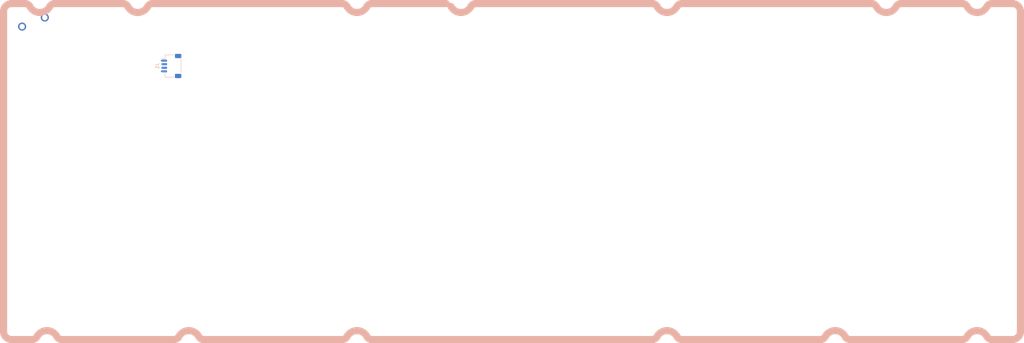
<source format=kicad_pcb>
(kicad_pcb (version 20171130) (host pcbnew "(5.1.10)-1")

  (general
    (thickness 1.6)
    (drawings 60)
    (tracks 2)
    (zones 0)
    (modules 2)
    (nets 7)
  )

  (page A4)
  (layers
    (0 F.Cu signal)
    (31 B.Cu signal)
    (32 B.Adhes user)
    (33 F.Adhes user)
    (34 B.Paste user)
    (35 F.Paste user)
    (36 B.SilkS user)
    (37 F.SilkS user)
    (38 B.Mask user)
    (39 F.Mask user)
    (40 Dwgs.User user hide)
    (41 Cmts.User user)
    (42 Eco1.User user)
    (43 Eco2.User user)
    (44 Edge.Cuts user)
    (45 Margin user)
    (46 B.CrtYd user)
    (47 F.CrtYd user)
    (48 B.Fab user)
    (49 F.Fab user)
  )

  (setup
    (last_trace_width 25)
    (trace_clearance 0.2)
    (zone_clearance 0.254)
    (zone_45_only no)
    (trace_min 0.2)
    (via_size 0.8)
    (via_drill 0.4)
    (via_min_size 0.4)
    (via_min_drill 0.3)
    (uvia_size 0.3)
    (uvia_drill 0.1)
    (uvias_allowed no)
    (uvia_min_size 0.2)
    (uvia_min_drill 0.1)
    (edge_width 0.05)
    (segment_width 2)
    (pcb_text_width 0.3)
    (pcb_text_size 1.5 1.5)
    (mod_edge_width 0.12)
    (mod_text_size 1 1)
    (mod_text_width 0.15)
    (pad_size 1.524 1.524)
    (pad_drill 0.762)
    (pad_to_mask_clearance 0.05)
    (aux_axis_origin 0 0)
    (grid_origin 4.60375 43.18)
    (visible_elements 7FFFEFFF)
    (pcbplotparams
      (layerselection 0x010fc_ffffffff)
      (usegerberextensions false)
      (usegerberattributes false)
      (usegerberadvancedattributes false)
      (creategerberjobfile false)
      (excludeedgelayer true)
      (linewidth 0.100000)
      (plotframeref false)
      (viasonmask false)
      (mode 1)
      (useauxorigin false)
      (hpglpennumber 1)
      (hpglpenspeed 20)
      (hpglpendiameter 15.000000)
      (psnegative false)
      (psa4output false)
      (plotreference true)
      (plotvalue false)
      (plotinvisibletext false)
      (padsonsilk true)
      (subtractmaskfromsilk false)
      (outputformat 1)
      (mirror false)
      (drillshape 0)
      (scaleselection 1)
      (outputdirectory "./gerber"))
  )

  (net 0 "")
  (net 1 GND)
  (net 2 "Net-(D1-Pad2)")
  (net 3 VBUS)
  (net 4 D+)
  (net 5 D-)
  (net 6 COL0)

  (net_class Default "This is the default net class."
    (clearance 0.2)
    (trace_width 25)
    (via_dia 0.8)
    (via_drill 0.4)
    (uvia_dia 0.3)
    (uvia_drill 0.1)
    (add_net COL0)
    (add_net "Net-(D1-Pad2)")
  )

  (net_class D ""
    (clearance 0.2)
    (trace_width 2)
    (via_dia 0.8)
    (via_drill 0.4)
    (uvia_dia 0.3)
    (uvia_drill 0.1)
    (add_net D+)
    (add_net D-)
  )

  (net_class Power ""
    (clearance 0.2)
    (trace_width 0.381)
    (via_dia 0.8)
    (via_drill 0.4)
    (uvia_dia 0.3)
    (uvia_drill 0.1)
    (add_net GND)
    (add_net VBUS)
  )

  (module MX_Only:MXOnly-1U-NoLED (layer F.Cu) (tedit 5BD3C6C7) (tstamp 5F381F4E)
    (at 6.75 6.75)
    (path /5F45B9B8/5F497539)
    (fp_text reference MX1 (at 0 3.175) (layer Dwgs.User)
      (effects (font (size 1 1) (thickness 0.15)))
    )
    (fp_text value 1u (at 0 -7.9375) (layer Dwgs.User)
      (effects (font (size 1 1) (thickness 0.15)))
    )
    (fp_line (start -9.525 9.525) (end -9.525 -9.525) (layer Dwgs.User) (width 0.15))
    (fp_line (start 9.525 9.525) (end -9.525 9.525) (layer Dwgs.User) (width 0.15))
    (fp_line (start 9.525 -9.525) (end 9.525 9.525) (layer Dwgs.User) (width 0.15))
    (fp_line (start -9.525 -9.525) (end 9.525 -9.525) (layer Dwgs.User) (width 0.15))
    (fp_line (start -7 -7) (end -7 -5) (layer Dwgs.User) (width 0.15))
    (fp_line (start -5 -7) (end -7 -7) (layer Dwgs.User) (width 0.15))
    (fp_line (start -7 7) (end -5 7) (layer Dwgs.User) (width 0.15))
    (fp_line (start -7 5) (end -7 7) (layer Dwgs.User) (width 0.15))
    (fp_line (start 7 7) (end 7 5) (layer Dwgs.User) (width 0.15))
    (fp_line (start 5 7) (end 7 7) (layer Dwgs.User) (width 0.15))
    (fp_line (start 7 -7) (end 7 -5) (layer Dwgs.User) (width 0.15))
    (fp_line (start 5 -7) (end 7 -7) (layer Dwgs.User) (width 0.15))
    (pad 2 thru_hole circle (at 2.54 -5.08) (size 2.25 2.25) (drill 1.47) (layers *.Cu B.Mask)
      (net 6 COL0))
    (pad "" np_thru_hole circle (at 0 0) (size 3.9878 3.9878) (drill 3.9878) (layers *.Cu *.Mask))
    (pad 1 thru_hole circle (at -3.81 -2.54) (size 2.25 2.25) (drill 1.47) (layers *.Cu B.Mask)
      (net 2 "Net-(D1-Pad2)"))
    (pad "" np_thru_hole circle (at -5.08 0 48.0996) (size 1.75 1.75) (drill 1.75) (layers *.Cu *.Mask))
    (pad "" np_thru_hole circle (at 5.08 0 48.0996) (size 1.75 1.75) (drill 1.75) (layers *.Cu *.Mask))
  )

  (module Connector_JST:JST_SH_SM04B-SRSS-TB_1x04-1MP_P1.00mm_Horizontal (layer B.Cu) (tedit 5B78AD87) (tstamp 5F2575EB)
    (at 44.75 15.25 270)
    (descr "JST SH series connector, SM04B-SRSS-TB (http://www.jst-mfg.com/product/pdf/eng/eSH.pdf), generated with kicad-footprint-generator")
    (tags "connector JST SH top entry")
    (path /5F252816)
    (attr smd)
    (fp_text reference J1 (at 0 3.98 90) (layer B.SilkS)
      (effects (font (size 1 1) (thickness 0.15)) (justify mirror))
    )
    (fp_text value "JST SH 4-pin" (at 0 -3.98 90) (layer B.Fab)
      (effects (font (size 1 1) (thickness 0.15)) (justify mirror))
    )
    (fp_line (start -3 1.675) (end 3 1.675) (layer B.Fab) (width 0.1))
    (fp_line (start -3.11 -0.715) (end -3.11 1.785) (layer B.SilkS) (width 0.12))
    (fp_line (start -3.11 1.785) (end -2.06 1.785) (layer B.SilkS) (width 0.12))
    (fp_line (start -2.06 1.785) (end -2.06 2.775) (layer B.SilkS) (width 0.12))
    (fp_line (start 3.11 -0.715) (end 3.11 1.785) (layer B.SilkS) (width 0.12))
    (fp_line (start 3.11 1.785) (end 2.06 1.785) (layer B.SilkS) (width 0.12))
    (fp_line (start -1.94 -2.685) (end 1.94 -2.685) (layer B.SilkS) (width 0.12))
    (fp_line (start -3 -2.575) (end 3 -2.575) (layer B.Fab) (width 0.1))
    (fp_line (start -3 1.675) (end -3 -2.575) (layer B.Fab) (width 0.1))
    (fp_line (start 3 1.675) (end 3 -2.575) (layer B.Fab) (width 0.1))
    (fp_line (start -3.9 3.28) (end -3.9 -3.28) (layer B.CrtYd) (width 0.05))
    (fp_line (start -3.9 -3.28) (end 3.9 -3.28) (layer B.CrtYd) (width 0.05))
    (fp_line (start 3.9 -3.28) (end 3.9 3.28) (layer B.CrtYd) (width 0.05))
    (fp_line (start 3.9 3.28) (end -3.9 3.28) (layer B.CrtYd) (width 0.05))
    (fp_line (start -2 1.675) (end -1.5 0.967893) (layer B.Fab) (width 0.1))
    (fp_line (start -1.5 0.967893) (end -1 1.675) (layer B.Fab) (width 0.1))
    (fp_text user %R (at 0 0 90) (layer B.Fab)
      (effects (font (size 1 1) (thickness 0.15)) (justify mirror))
    )
    (pad MP smd roundrect (at 2.8 -1.875 270) (size 1.2 1.8) (layers B.Cu B.Paste B.Mask) (roundrect_rratio 0.208333))
    (pad MP smd roundrect (at -2.8 -1.875 270) (size 1.2 1.8) (layers B.Cu B.Paste B.Mask) (roundrect_rratio 0.208333))
    (pad 4 smd roundrect (at 1.5 2 270) (size 0.6 1.55) (layers B.Cu B.Paste B.Mask) (roundrect_rratio 0.25)
      (net 1 GND))
    (pad 3 smd roundrect (at 0.5 2 270) (size 0.6 1.55) (layers B.Cu B.Paste B.Mask) (roundrect_rratio 0.25)
      (net 4 D+))
    (pad 2 smd roundrect (at -0.5 2 270) (size 0.6 1.55) (layers B.Cu B.Paste B.Mask) (roundrect_rratio 0.25)
      (net 5 D-))
    (pad 1 smd roundrect (at -1.5 2 270) (size 0.6 1.55) (layers B.Cu B.Paste B.Mask) (roundrect_rratio 0.25)
      (net 3 VBUS))
    (model ${KISYS3DMOD}/Connector_JST.3dshapes/JST_SH_SM04B-SRSS-TB_1x04-1MP_P1.00mm_Horizontal.wrl
      (at (xyz 0 0 0))
      (scale (xyz 1 1 1))
      (rotate (xyz 0 0 0))
    )
  )

  (gr_arc (start 121.689395 -0.75) (end 123.019429 -1.443549) (angle -62.46013955) (layer Cmts.User) (width 2))
  (gr_arc (start 129.935606 -0.75) (end 129.935606 -2.25) (angle -62.46013955) (layer B.SilkS) (width 2))
  (gr_line (start 274.423606 91.95) (end 280.2 91.95) (layer B.SilkS) (width 2) (tstamp 613219C1))
  (gr_line (start 5.776395 91.95) (end 0 91.95) (layer B.SilkS) (width 2) (tstamp 61321597))
  (gr_line (start 92.576395 91.95) (end 53.735606 91.95) (layer B.SilkS) (width 2) (tstamp 61321597))
  (gr_line (start 226.464395 91.95) (end 187.622606 91.95) (layer B.SilkS) (width 2) (tstamp 61321597))
  (gr_arc (start 266.177395 90.45) (end 266.177395 91.95) (angle -62.46013955) (layer B.SilkS) (width 2) (tstamp 6132141E))
  (gr_arc (start 270.3005 92.6) (end 273.093572 91.143548) (angle -124.9202791) (layer B.SilkS) (width 2) (tstamp 6132141D))
  (gr_arc (start 274.423606 90.45) (end 273.093572 91.143548) (angle -62.46013955) (layer B.SilkS) (width 2) (tstamp 6132141C))
  (gr_arc (start 179.376395 90.45) (end 179.376395 91.95) (angle -62.46013955) (layer B.SilkS) (width 2) (tstamp 6132141E))
  (gr_arc (start 183.4995 92.6) (end 186.292572 91.143548) (angle -124.9202791) (layer B.SilkS) (width 2) (tstamp 6132141D))
  (gr_arc (start 187.622606 90.45) (end 186.292572 91.143548) (angle -62.46013955) (layer B.SilkS) (width 2) (tstamp 6132141C))
  (gr_arc (start 100.822606 90.45) (end 99.492572 91.143548) (angle -62.46013955) (layer B.SilkS) (width 2) (tstamp 61321374))
  (gr_arc (start 96.6995 92.6) (end 99.492572 91.143548) (angle -124.9202791) (layer B.SilkS) (width 2) (tstamp 61321373))
  (gr_arc (start 92.576395 90.45) (end 92.576395 91.95) (angle -62.46013955) (layer B.SilkS) (width 2) (tstamp 61321372))
  (gr_arc (start 14.022606 90.45) (end 12.692572 91.143548) (angle -62.46013955) (layer B.SilkS) (width 2) (tstamp 61320D0D))
  (gr_arc (start 9.8995 92.6) (end 12.692572 91.143548) (angle -124.9202791) (layer B.SilkS) (width 2) (tstamp 61320D0C))
  (gr_arc (start 5.776395 90.45) (end 5.776395 91.95) (angle -62.46013955) (layer B.SilkS) (width 2) (tstamp 61320D0B))
  (gr_line (start 12.023106 -2.25) (end 31.201894 -2.25) (layer B.SilkS) (width 2) (tstamp 61320C6D))
  (gr_line (start 121.689394 -2.25) (end 100.822682 -2.25) (layer B.SilkS) (width 2) (tstamp 61320C6D))
  (gr_line (start 179.37747 -2.25) (end 129.935682 -2.25) (layer B.SilkS) (width 2) (tstamp 61320C6D))
  (gr_line (start 274.423282 -2.25) (end 280.2 -2.25) (layer B.SilkS) (width 2) (tstamp 61320C6D))
  (gr_arc (start 270.300176 -2.9) (end 267.507105 -1.443549) (angle -124.9202791) (layer B.SilkS) (width 2) (tstamp 6131ED10))
  (gr_arc (start 266.177071 -0.75) (end 267.507105 -1.443549) (angle -62.46013955) (layer B.SilkS) (width 2) (tstamp 6131ED0F))
  (gr_arc (start 274.423282 -0.75) (end 274.423282 -2.25) (angle -62.46013955) (layer B.SilkS) (width 2) (tstamp 6131ED0E))
  (gr_arc (start 183.500576 -2.9) (end 180.707505 -1.443549) (angle -124.9202791) (layer B.SilkS) (width 2) (tstamp 6131ED10))
  (gr_arc (start 179.377471 -0.75) (end 180.707505 -1.443549) (angle -62.46013955) (layer B.SilkS) (width 2) (tstamp 6131ED0F))
  (gr_arc (start 187.623682 -0.75) (end 187.623682 -2.25) (angle -62.46013955) (layer B.SilkS) (width 2) (tstamp 6131ED0E))
  (gr_arc (start 96.699576 -2.9) (end 93.906505 -1.443549) (angle -124.9202791) (layer B.SilkS) (width 2) (tstamp 6131ED10))
  (gr_arc (start 92.576471 -0.75) (end 93.906505 -1.443549) (angle -62.46013955) (layer B.SilkS) (width 2) (tstamp 6131ED0F))
  (gr_arc (start 100.822682 -0.75) (end 100.822682 -2.25) (angle -62.46013955) (layer B.SilkS) (width 2) (tstamp 6131ED0E))
  (gr_arc (start 7.9 -2.9) (end 5.106929 -1.443549) (angle -124.9202791) (layer B.SilkS) (width 2) (tstamp 6131ED10))
  (gr_arc (start 3.776895 -0.75) (end 5.106929 -1.443549) (angle -62.46013955) (layer B.SilkS) (width 2) (tstamp 6131ED0F))
  (gr_arc (start 12.023106 -0.75) (end 12.023106 -2.25) (angle -62.46013955) (layer B.SilkS) (width 2) (tstamp 6131ED0E))
  (gr_arc (start 280.2 89.7) (end 280.2 91.95) (angle -90) (layer B.SilkS) (width 2))
  (gr_arc (start 280.2 0) (end 282.45 0) (angle -90) (layer B.SilkS) (width 2))
  (gr_arc (start 248.998106 -0.75) (end 248.998106 -2.25) (angle -62.46013955) (layer B.SilkS) (width 2))
  (gr_arc (start 230.5875 92.6) (end 233.380572 91.143548) (angle -124.9202791) (layer B.SilkS) (width 2))
  (gr_arc (start 234.710606 90.45) (end 233.380572 91.143548) (angle -62.46013955) (layer B.SilkS) (width 2))
  (gr_arc (start 240.751895 -0.75) (end 242.081929 -1.443549) (angle -62.46013955) (layer B.SilkS) (width 2))
  (gr_arc (start 31.201895 -0.75) (end 32.531929 -1.443549) (angle -62.46013955) (layer B.SilkS) (width 2))
  (gr_line (start 179.376395 91.95) (end 100.822606 91.95) (layer B.SilkS) (width 2))
  (gr_line (start 266.177395 91.95) (end 234.710606 91.95) (layer B.SilkS) (width 2))
  (gr_line (start 266.17707 -2.25) (end 248.998106 -2.25) (layer B.SilkS) (width 2))
  (gr_arc (start 0 0) (end 0 -2.25) (angle -90) (layer B.SilkS) (width 2))
  (gr_line (start 240.751894 -2.25) (end 187.623682 -2.25) (layer B.SilkS) (width 2))
  (gr_line (start -2.25 89.7) (end -2.25 0) (layer B.SilkS) (width 2))
  (gr_arc (start 35.325 -2.9) (end 32.531929 -1.443549) (angle -124.9202791) (layer B.SilkS) (width 2))
  (gr_arc (start 49.6125 92.6) (end 52.405572 91.143548) (angle -124.9202791) (layer B.SilkS) (width 2))
  (gr_arc (start 0 89.7) (end -2.25 89.7) (angle -90) (layer B.SilkS) (width 2))
  (gr_line (start 92.57647 -2.25) (end 39.448106 -2.25) (layer B.SilkS) (width 2))
  (gr_line (start 45.489395 91.95) (end 14.022606 91.95) (layer B.SilkS) (width 2))
  (gr_arc (start 39.448106 -0.75) (end 39.448106 -2.25) (angle -62.46013955) (layer B.SilkS) (width 2))
  (gr_arc (start 45.489395 90.45) (end 45.489395 91.95) (angle -62.46013955) (layer B.SilkS) (width 2))
  (gr_arc (start 53.735606 90.45) (end 52.405572 91.143548) (angle -62.46013955) (layer B.SilkS) (width 2))
  (gr_line (start 282.45 89.7) (end 282.45 0) (layer B.SilkS) (width 2))
  (gr_arc (start 244.875 -2.9) (end 242.081929 -1.443549) (angle -124.9202791) (layer B.SilkS) (width 2))
  (gr_line (start 3.776894 -2.25) (end 0 -2.25) (layer B.SilkS) (width 2))
  (gr_arc (start 125.8125 -2.9) (end 123.019429 -1.443549) (angle -124.9202791) (layer B.SilkS) (width 2))
  (gr_arc (start 226.464395 90.45) (end 226.464395 91.95) (angle -62.46013955) (layer B.SilkS) (width 2))

  (segment (start 41.975 16.75) (end 42.85 16.75) (width 0.381) (layer B.Cu) (net 1))
  (segment (start 42.85 13.75) (end 41.975 13.75) (width 0.381) (layer B.Cu) (net 3))

)

</source>
